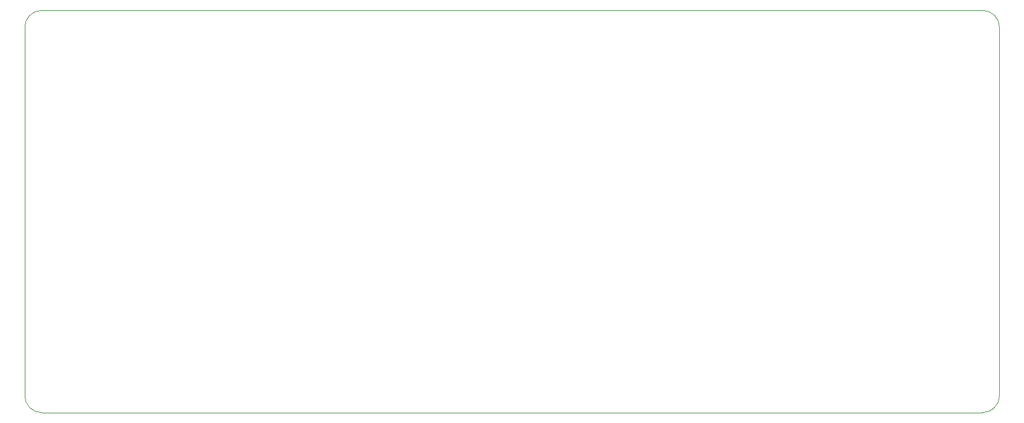
<source format=gbr>
%TF.GenerationSoftware,KiCad,Pcbnew,(7.0.0)*%
%TF.CreationDate,2023-07-30T13:50:14-07:00*%
%TF.ProjectId,macropad-v2,6d616372-6f70-4616-942d-76322e6b6963,rev?*%
%TF.SameCoordinates,Original*%
%TF.FileFunction,Profile,NP*%
%FSLAX46Y46*%
G04 Gerber Fmt 4.6, Leading zero omitted, Abs format (unit mm)*
G04 Created by KiCad (PCBNEW (7.0.0)) date 2023-07-30 13:50:14*
%MOMM*%
%LPD*%
G01*
G04 APERTURE LIST*
%TA.AperFunction,Profile*%
%ADD10C,0.100000*%
%TD*%
G04 APERTURE END LIST*
D10*
X71437500Y-53181250D02*
X71437500Y-104775000D01*
X205581250Y-107156300D02*
G75*
G03*
X207962500Y-104775000I-50J2381300D01*
G01*
X71437550Y-104775000D02*
G75*
G03*
X73818750Y-107156250I2381250J0D01*
G01*
X207962500Y-53181250D02*
G75*
G03*
X205581250Y-50800000I-2381300J-50D01*
G01*
X73818750Y-50800000D02*
G75*
G03*
X71437500Y-53181250I0J-2381250D01*
G01*
X205581250Y-50800000D02*
X73818750Y-50800000D01*
X207962500Y-104775000D02*
X207962500Y-53181250D01*
X73818750Y-107156250D02*
X205581250Y-107156250D01*
M02*

</source>
